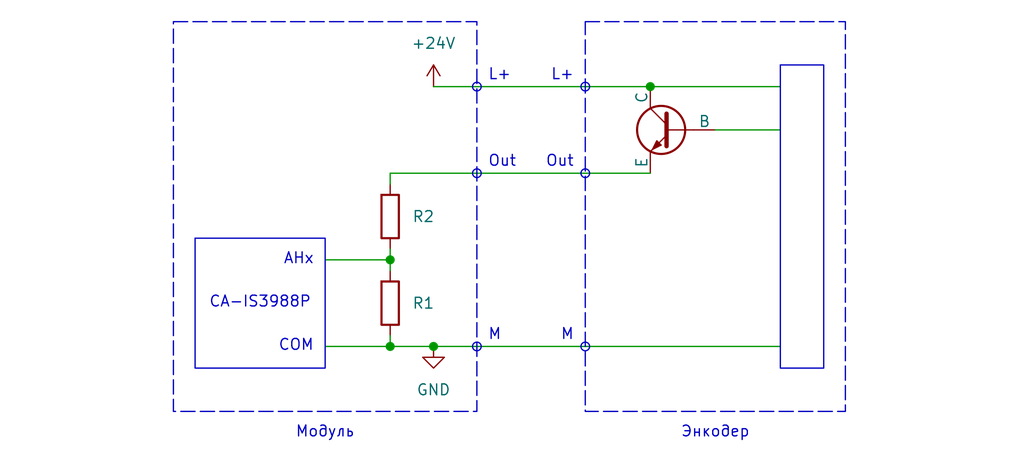
<source format=kicad_sch>
(kicad_sch (version 20250114) (generator "eeschema") (generator_version "9.0")
  (paper "User" 120 55)
  (lib_symbols
    (symbol "Device:R" (pin_numbers (hide yes)) (pin_names (offset 0))
      (property "Reference" "R" (at 2.032 0 90))
      (property "Value" "R" (at 0 0 90))
      (symbol "R_0_1"
        (rectangle (start -1.016 -2.54) (end 1.016 2.54) (stroke (width 0.254)))
      )
      (symbol "R_1_1"
        (pin passive line (at 0 3.81 270) (length 1.27) (name "~") (number "1"))
        (pin passive line (at 0 -3.81 90) (length 1.27) (name "~") (number "2"))
      )
    )
    (symbol "Transistor_BJT:BC107" (pin_numbers (hide yes)) (pin_names (offset 0))
      (property "Reference" "Q" (at 5.08 1.905 0))
      (property "Value" "BC107" (at 5.08 0 0))
      (symbol "BC107_0_1"
        (polyline (pts (xy -2.54 0) (xy 0.635 0)))
        (polyline (pts (xy 0.635 1.905) (xy 0.635 -1.905)) (stroke (width 0.508)))
        (circle (center 1.27 0) (radius 2.8194) (stroke (width 0.254)))
      )
      (symbol "BC107_1_1"
        (polyline (pts (xy 0.635 0.635) (xy 2.54 2.54)))
        (polyline (pts (xy 0.635 -0.635) (xy 2.54 -2.54)))
        (polyline (pts (xy 1.27 -1.778) (xy 1.778 -1.27) (xy 2.286 -2.286) (xy 1.27 -1.778)) (fill (type outline)))
        (pin input line (at -5.08 0 0) (length 2.54) (name "B") (number "2"))
        (pin passive line (at 2.54 5.08 270) (length 2.54) (name "C") (number "3"))
        (pin passive line (at 2.54 -5.08 90) (length 2.54) (name "E") (number "1"))
      )
    )
    (symbol "power:+24V" (power) (pin_numbers (hide yes)) (pin_names (offset 0) (hide yes))
      (property "Value" "+24V" (at 0 3.556 0))
      (symbol "+24V_0_1"
        (polyline (pts (xy -0.762 1.27) (xy 0 2.54)))
        (polyline (pts (xy 0 2.54) (xy 0.762 1.27)))
        (polyline (pts (xy 0 0) (xy 0 2.54)))
      )
      (symbol "+24V_1_1"
        (pin power_in line (at 0 0 90) (length 0) (name "~") (number "1"))
      )
    )
    (symbol "power:GND" (power) (pin_numbers (hide yes)) (pin_names (offset 0) (hide yes))
      (property "Value" "GND" (at 0 -3.81 0))
      (symbol "GND_0_1"
        (polyline (pts (xy 0 0) (xy 0 -1.27) (xy 1.27 -1.27) (xy 0 -2.54) (xy -1.27 -1.27) (xy 0 -1.27)))
      )
      (symbol "GND_1_1"
        (pin power_in line (at 0 0 270) (length 0) (name "~") (number "1"))
      )
    )
  )
  (rectangle (start 68.58 2.54) (end 99.06 48.26) (stroke (width 0) (type dash)))
  (circle (center 55.88 20.32) (radius 0.508) (fill (type color)))
  (circle (center 68.58 10.16) (radius 0.508) (fill (type color)))
  (circle (center 68.58 40.64) (radius 0.508) (fill (type color)))
  (rectangle (start 20.32 2.54) (end 55.88 48.26) (stroke (width 0) (type dash)))
  (rectangle (start 91.44 7.62) (end 96.52 43.18))
  (circle (center 55.88 40.64) (radius 0.508) (fill (type color)))
  (rectangle (start 22.86 27.94) (end 38.1 43.18))
  (circle (center 55.88 10.16) (radius 0.508) (fill (type color)))
  (circle (center 68.58 20.32) (radius 0.508) (fill (type color)))
  (text "CA-IS3988P" (at 30.48 35.56 0) (effects (font (size 1.27 1.27))))
  (text "L+" (at 57.15 8.89 0) (effects (font (size 1.27 1.27)) (justify left)))
  (text "Модуль" (at 38.1 50.8 0) (effects (font (size 1.27 1.27))))
  (text "Out" (at 67.31 19.05 0) (effects (font (size 1.27 1.27)) (justify right)))
  (text "M" (at 67.31 39.37 0) (effects (font (size 1.27 1.27)) (justify right)))
  (text "AHx" (at 36.83 30.48 0) (effects (font (size 1.27 1.27)) (justify right)))
  (text "M" (at 57.15 39.37 0) (effects (font (size 1.27 1.27)) (justify left)))
  (text "COM" (at 36.83 40.64 0) (effects (font (size 1.27 1.27)) (justify right)))
  (text "Out" (at 57.15 19.05 0) (effects (font (size 1.27 1.27)) (justify left)))
  (text "L+" (at 67.31 8.89 0) (effects (font (size 1.27 1.27)) (justify right)))
  (text "Энкодер" (at 83.82 50.8 0) (effects (font (size 1.27 1.27))))
  (junction (at 50.8 40.64))
  (junction (at 76.2 10.16))
  (junction (at 45.72 40.64))
  (junction (at 45.72 30.48))
  (wire (pts (xy 45.72 40.64) (xy 50.8 40.64)))
  (wire (pts (xy 38.1 30.48) (xy 45.72 30.48)))
  (wire (pts (xy 50.8 10.16) (xy 76.2 10.16)))
  (wire (pts (xy 45.72 20.32) (xy 76.2 20.32)))
  (wire (pts (xy 83.82 15.24) (xy 91.44 15.24)))
  (wire (pts (xy 45.72 31.75) (xy 45.72 30.48)))
  (wire (pts (xy 38.1 40.64) (xy 45.72 40.64)))
  (wire (pts (xy 50.8 40.64) (xy 91.44 40.64)))
  (wire (pts (xy 45.72 30.48) (xy 45.72 29.21)))
  (wire (pts (xy 45.72 39.37) (xy 45.72 40.64)))
  (wire (pts (xy 76.2 10.16) (xy 91.44 10.16)))
  (wire (pts (xy 45.72 20.32) (xy 45.72 21.59)))
  (symbol (lib_id "power:GND") (at 50.8 40.64 0) (unit 1)
    (property "Reference" "#PWR?" (effects (hide yes)))
    (property "Value" "GND" (at 50.8 45.72 0))
    (property "Description" "Power symbol creates a global label with name \"GND\" , ground" (effects (hide yes)))
  )
  (symbol (lib_id "power:+24V") (at 50.8 10.16 0) (unit 1)
    (property "Reference" "#PWR?" (effects (hide yes)))
    (property "Value" "+24V" (at 50.8 5.08 0))
    (property "Description" "Power symbol creates a global label with name \"+24V\"" (effects (hide yes)))
  )
  (symbol (lib_id "Device:R") (at 45.72 35.56 0) (unit 1)
    (property "Reference" "R1" (at 48.26 35.5599 0) (effects (justify left)))
    (property "Value" "R" (effects (hide yes)))
    (property "Description" "Resistor" (effects (hide yes)))
  )
  (symbol (lib_id "Device:R") (at 45.72 25.4 0) (unit 1)
    (property "Reference" "R2" (at 48.26 25.4 0) (effects (justify left)))
    (property "Value" "R" (effects (hide yes)))
    (property "Description" "Resistor" (effects (hide yes)))
  )
  (symbol (lib_id "Transistor_BJT:BC107") (at 78.74 15.24 0) (mirror y) (unit 1)
    (property "Reference" "Q?" (effects (hide yes)))
    (property "Value" "BC107" (effects (hide yes)))
    (property "Footprint" "Package_TO_SOT_THT:TO-18-3" (effects (hide yes)))
    (property "Datasheet" "http://www.b-kainka.de/Daten/Transistor/BC108.pdf" (effects (hide yes)))
    (property "Description" "0.1A Ic, 50V Vce, Low Noise General Purpose NPN Transistor, TO-18" (effects (hide yes)))
  )
)
</source>
